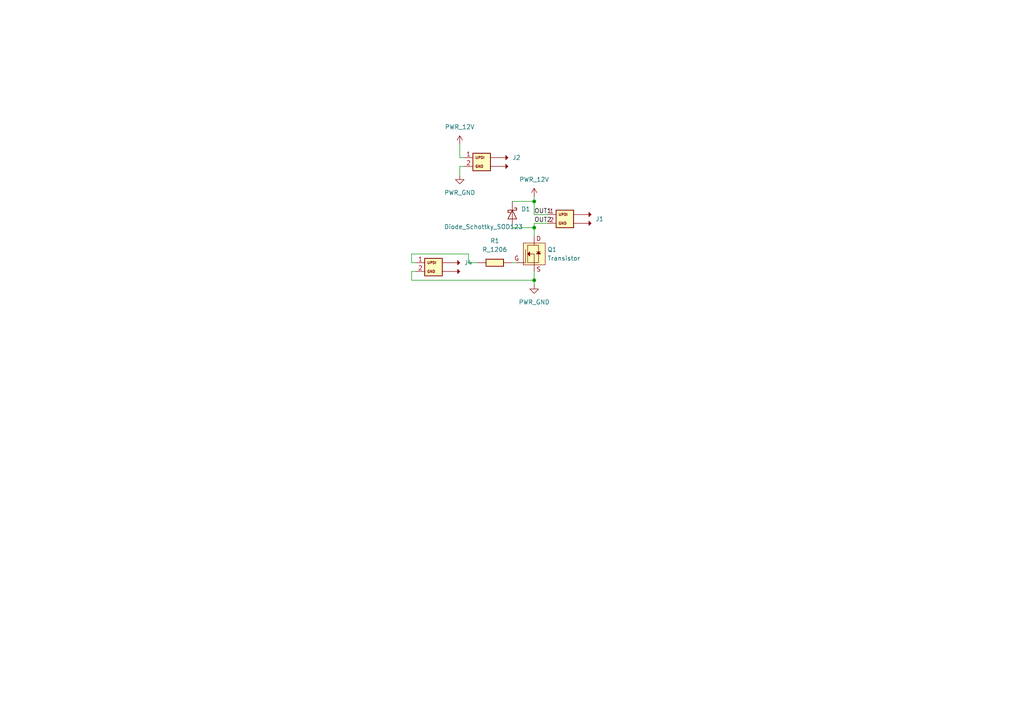
<source format=kicad_sch>
(kicad_sch (version 20231120) (generator "eeschema") (generator_version "8.0")
  (paper "A4")
  (lib_symbols
    (symbol "Fab:Conn_PinHeader_UPDI_1x02_P2.54mm_Horizontal_SMD"
      (property "Reference" "J" (at 0 3.81 0))
      (property "Value" "Conn_PinHeader_UPDI_1x02_P2.54mm_Horizontal_SMD" (at 0 -3.81 0))
      (symbol "Conn_PinHeader_UPDI_1x02_P2.54mm_Horizontal_SMD_0_0"
        (rectangle (start -2.54 2.54) (end 2.54 -2.54) (stroke (width 0.254)) (fill (type background)))
        (polyline (pts (xy 2.54 -1.27) (xy 7.62 -1.27)))
        (polyline (pts (xy 2.54 1.27) (xy 7.62 1.27)))
        (polyline (pts (xy 6.985 -0.635) (xy 7.62 -1.27) (xy 6.985 -1.905) (xy 6.985 -0.635)) (fill (type outline)))
        (polyline (pts (xy 6.985 1.905) (xy 7.62 1.27) (xy 6.985 0.635) (xy 6.985 1.905)) (fill (type outline)))
        (text "GND" (at -1.905 -1.27 0) (effects (font (size 0.75 0.75)) (justify left)))
        (text "UPDI" (at -1.905 1.27 0) (effects (font (size 0.75 0.75)) (justify left)))
      )
      (symbol "Conn_PinHeader_UPDI_1x02_P2.54mm_Horizontal_SMD_1_1"
        (pin passive line (at -5.08 1.27 0) (length 2.54) (name "") (number "1"))
        (pin passive line (at -5.08 -1.27 0) (length 2.54) (name "") (number "2"))
      )
    )
    (symbol "Fab:Diode_Schottky_SOD123" (pin_numbers hide) (pin_names (offset 1.016) hide)
      (property "Reference" "D" (at 0 2.54 0))
      (property "Value" "Diode_Schottky_SOD123" (at 0 -2.54 0))
      (symbol "Diode_Schottky_SOD123_0_1"
        (polyline (pts (xy 1.27 0) (xy -1.27 0)))
        (polyline (pts (xy 1.27 1.27) (xy 1.27 -1.27) (xy -1.27 0) (xy 1.27 1.27)) (stroke (width 0.2032)))
        (polyline (pts (xy -1.905 0.635) (xy -1.905 1.27) (xy -1.27 1.27) (xy -1.27 -1.27) (xy -0.635 -1.27) (xy -0.635 -0.635)) (stroke (width 0.2032)))
      )
      (symbol "Diode_Schottky_SOD123_1_1"
        (pin passive line (at -3.81 0 0) (length 2.54) (name "K") (number "1"))
        (pin passive line (at 3.81 0 180) (length 2.54) (name "A") (number "2"))
      )
    )
    (symbol "Fab:PWR_12V" (power) (pin_names (offset 0))
      (property "Value" "PWR_12V" (at 0 3.556 0))
      (symbol "PWR_12V_0_1"
        (polyline (pts (xy -0.762 1.27) (xy 0 2.54)))
        (polyline (pts (xy 0 0) (xy 0 2.54)))
        (polyline (pts (xy 0 2.54) (xy 0.762 1.27)))
      )
      (symbol "PWR_12V_1_1"
        (pin power_in line (at 0 0 90) (length 0) hide (name "PWR_12V") (number "1"))
      )
    )
    (symbol "Fab:PWR_GND" (power) (pin_names (offset 0))
      (property "Value" "PWR_GND" (at 0 -3.81 0))
      (symbol "PWR_GND_0_1"
        (polyline (pts (xy 0 0) (xy 0 -1.27) (xy 1.27 -1.27) (xy 0 -2.54) (xy -1.27 -1.27) (xy 0 -1.27)))
      )
      (symbol "PWR_GND_1_1"
        (pin power_in line (at 0 0 270) (length 0) hide (name "PWR_GND") (number "1"))
      )
    )
    (symbol "Fab:R_1206" (pin_numbers hide) (pin_names (offset 0))
      (property "Reference" "R" (at 2.54 0 90))
      (property "Value" "R_1206" (at -2.54 0 90))
      (symbol "R_1206_0_1"
        (rectangle (start -1.016 -2.54) (end 1.016 2.54) (stroke (width 0.254)) (fill (type background)))
      )
      (symbol "R_1206_1_1"
        (pin passive line (at 0 5.08 270) (length 2.54) (name "~") (number "1"))
        (pin passive line (at 0 -5.08 90) (length 2.54) (name "~") (number "2"))
      )
    )
    (symbol "Fab:Transistor_MOSFET_NCh_SOT23" (pin_numbers hide) (pin_names (offset 1.016) hide)
      (property "Reference" "Q" (at 3.81 1.27 0))
      (property "Value" "Transistor_MOSFET_NCh_SOT23" (at 3.81 -1.27 0))
      (symbol "Transistor_MOSFET_NCh_SOT23_0_1"
        (polyline (pts (xy 0 2.54) (xy 1.27 2.54) (xy 1.27 -2.54) (xy 0 -2.54)))
      )
      (symbol "Transistor_MOSFET_NCh_SOT23_1_0"
        (text "D" (at 1.27 4.445 0) (effects (font (size 1.27 1.27))))
        (text "G" (at -5.08 -1.27 0) (effects (font (size 1.27 1.27))))
        (text "S" (at 1.27 -4.445 0) (effects (font (size 1.27 1.27))))
      )
      (symbol "Transistor_MOSFET_NCh_SOT23_1_1"
        (rectangle (start -3.175 3.175) (end 3.175 -3.175) (fill (type background)))
        (polyline (pts (xy -2.54 -2.54) (xy -2.54 1.27)) (stroke (width 0.15)))
        (polyline (pts (xy -1.905 -2.54) (xy 0 -2.54)) (stroke (width 0.15)))
        (polyline (pts (xy -1.905 2.54) (xy -1.905 -2.54)) (stroke (width 0.15)))
        (polyline (pts (xy 0 2.54) (xy -1.905 2.54)) (stroke (width 0.15)))
        (polyline (pts (xy 0.635 0.635) (xy 1.905 0.635)) (stroke (width 0.15)))
        (polyline (pts (xy 0 -2.54) (xy 0 0) (xy -1.905 0)) (stroke (width 0.15)))
        (polyline (pts (xy -1.905 0) (xy -1.27 0.635) (xy -1.27 -0.635) (xy -1.905 0)) (fill (type outline)))
        (polyline (pts (xy 1.27 0.635) (xy 1.905 0) (xy 0.635 0) (xy 1.27 0.635)) (fill (type outline)))
        (pin passive line (at -5.08 -2.54 0) (length 2.54) (name "G") (number "1"))
        (pin passive line (at 0 -5.08 90) (length 2.54) (name "S") (number "2"))
        (pin passive line (at 0 5.08 270) (length 2.54) (name "D") (number "3"))
      )
    )
  )
  (junction (at 154.94 66.04))
  (junction (at 154.94 58.42))
  (junction (at 154.94 81.28))
  (wire (pts (xy 154.94 64.77) (xy 154.94 66.04)))
  (wire (pts (xy 133.35 45.72) (xy 133.35 41.91)))
  (wire (pts (xy 119.38 76.2) (xy 120.65 76.2)))
  (wire (pts (xy 135.89 76.2) (xy 135.89 73.66)))
  (wire (pts (xy 154.94 66.04) (xy 154.94 68.58)))
  (wire (pts (xy 134.62 45.72) (xy 133.35 45.72)))
  (wire (pts (xy 148.59 66.04) (xy 154.94 66.04)))
  (wire (pts (xy 154.94 64.77) (xy 158.75 64.77)))
  (wire (pts (xy 133.35 48.26) (xy 133.35 50.8)))
  (wire (pts (xy 119.38 73.66) (xy 119.38 76.2)))
  (wire (pts (xy 120.65 78.74) (xy 119.38 78.74)))
  (wire (pts (xy 119.38 81.28) (xy 154.94 81.28)))
  (wire (pts (xy 154.94 62.23) (xy 158.75 62.23)))
  (wire (pts (xy 138.43 76.2) (xy 135.89 76.2)))
  (wire (pts (xy 148.59 76.2) (xy 149.86 76.2)))
  (wire (pts (xy 154.94 58.42) (xy 154.94 62.23)))
  (wire (pts (xy 135.89 73.66) (xy 119.38 73.66)))
  (wire (pts (xy 154.94 78.74) (xy 154.94 81.28)))
  (wire (pts (xy 119.38 78.74) (xy 119.38 81.28)))
  (wire (pts (xy 148.59 58.42) (xy 154.94 58.42)))
  (wire (pts (xy 154.94 81.28) (xy 154.94 82.55)))
  (wire (pts (xy 154.94 57.15) (xy 154.94 58.42)))
  (wire (pts (xy 134.62 48.26) (xy 133.35 48.26)))
  (label "OUT1" (at 154.94 62.23 0))
  (label "OUT2" (at 154.94 64.77 0))
  (symbol (lib_id "Fab:PWR_12V") (at 133.35 41.91 0) (unit 1)
    (property "Reference" "#PWR01" (effects (hide yes)))
    (property "Value" "PWR_12V" (at 133.35 36.83 0))
    (property "Description" "Power symbol creates a global label with name \"+12V\"" (effects (hide yes)))
  )
  (symbol (lib_id "Fab:PWR_12V") (at 154.94 57.15 0) (unit 1)
    (property "Reference" "#PWR04" (effects (hide yes)))
    (property "Value" "PWR_12V" (at 154.94 52.07 0))
    (property "Description" "Power symbol creates a global label with name \"+12V\"" (effects (hide yes)))
  )
  (symbol (lib_id "Fab:Conn_PinHeader_UPDI_1x02_P2.54mm_Horizontal_SMD") (at 163.83 63.5 0) (unit 1)
    (property "Reference" "J1" (at 172.72 63.4999 0) (effects (justify left)))
    (property "Value" "Conn_PinHeader_UPDI_1x02_P2.54mm_Horizontal_SMD" (effects (hide yes)))
    (property "Footprint" "fab:PinHeader_1x02_P2.54mm_Horizontal_SMD" (effects (hide yes)))
    (property "Description" "Male UPDI 2-pin connector" (effects (hide yes)))
  )
  (symbol (lib_id "Fab:Diode_Schottky_SOD123") (at 148.59 62.23 270) (unit 1)
    (property "Reference" "D1" (at 151.13 60.6424 90) (effects (justify left)))
    (property "Value" "Diode_Schottky_SOD123" (at 128.778 65.786 90) (effects (justify left)))
    (property "Footprint" "fab:SOD-123" (effects (hide yes)))
    (property "Datasheet" "https://www.st.com/content/ccc/resource/technical/document/datasheet/c6/32/d4/4a/28/d3/4b/11/CD00004930.pdf/files/CD00004930.pdf/jcr:content/translations/en.CD00004930.pdf" (effects (hide yes)))
    (property "Description" "Schottky diode" (effects (hide yes)))
  )
  (symbol (lib_id "Fab:Conn_PinHeader_UPDI_1x02_P2.54mm_Horizontal_SMD") (at 125.73 77.47 0) (unit 1)
    (property "Reference" "J4" (at 134.62 76.1999 0) (effects (justify left)))
    (property "Value" "Conn_PinHeader_UPDI_1x02_P2.54mm_Horizontal_SMD" (effects (hide yes)))
    (property "Footprint" "fab:PinHeader_1x02_P2.54mm_Horizontal_SMD" (effects (hide yes)))
    (property "Description" "Male UPDI 2-pin connector" (effects (hide yes)))
  )
  (symbol (lib_id "Fab:R_1206") (at 143.51 76.2 90) (unit 1)
    (property "Reference" "R1" (at 143.51 69.85 90))
    (property "Value" "R_1206" (at 143.51 72.39 90))
    (property "Footprint" "fab:R_1206" (effects (hide yes)))
    (property "Description" "Resistor" (effects (hide yes)))
  )
  (symbol (lib_id "Fab:Transistor_MOSFET_NCh_SOT23") (at 154.94 73.66 0) (unit 1)
    (property "Reference" "Q1" (at 158.75 72.3899 0) (effects (justify left)))
    (property "Value" "Transistor" (at 158.75 74.9299 0) (effects (justify left)))
    (property "Footprint" "fab:SOT-23-3" (effects (hide yes)))
    (property "Datasheet" "https://www.onsemi.com/pub/Collateral/NDS355AN-D.PDF" (effects (hide yes)))
    (property "Description" "N-Channel mosfet NDS355AN in SOT-23 package" (effects (hide yes)))
  )
  (symbol (lib_id "Fab:Conn_PinHeader_UPDI_1x02_P2.54mm_Horizontal_SMD") (at 139.7 46.99 0) (unit 1)
    (property "Reference" "J2" (at 148.59 45.7199 0) (effects (justify left)))
    (property "Value" "Conn_PinHeader_UPDI_1x02_P2.54mm_Horizontal_SMD" (effects (hide yes)))
    (property "Footprint" "fab:PinHeader_1x02_P2.54mm_Horizontal_SMD" (effects (hide yes)))
    (property "Description" "Male UPDI 2-pin connector" (effects (hide yes)))
  )
  (symbol (lib_id "Fab:PWR_GND") (at 133.35 50.8 0) (unit 1)
    (property "Reference" "#PWR02" (effects (hide yes)))
    (property "Value" "PWR_GND" (at 133.35 55.88 0))
    (property "Description" "Power symbol creates a global label with name \"GND\" , ground" (effects (hide yes)))
  )
  (symbol (lib_id "Fab:PWR_GND") (at 154.94 82.55 0) (unit 1)
    (property "Reference" "#PWR03" (effects (hide yes)))
    (property "Value" "PWR_GND" (at 154.94 87.63 0))
    (property "Description" "Power symbol creates a global label with name \"GND\" , ground" (effects (hide yes)))
  )
)
</source>
